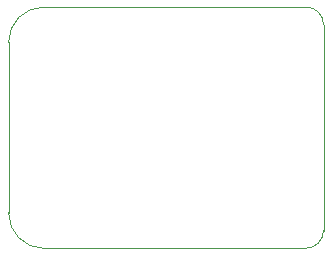
<source format=gm1>
G04 #@! TF.GenerationSoftware,KiCad,Pcbnew,7.0.10*
G04 #@! TF.CreationDate,2024-02-05T22:52:07+01:00*
G04 #@! TF.ProjectId,PowerPCB,506f7765-7250-4434-922e-6b696361645f,rev?*
G04 #@! TF.SameCoordinates,Original*
G04 #@! TF.FileFunction,Profile,NP*
%FSLAX46Y46*%
G04 Gerber Fmt 4.6, Leading zero omitted, Abs format (unit mm)*
G04 Created by KiCad (PCBNEW 7.0.10) date 2024-02-05 22:52:07*
%MOMM*%
%LPD*%
G01*
G04 APERTURE LIST*
G04 #@! TA.AperFunction,Profile*
%ADD10C,0.100000*%
G04 #@! TD*
G04 APERTURE END LIST*
D10*
X100000000Y-61440000D02*
G75*
G03*
X103000000Y-64440000I3000000J0D01*
G01*
X126670000Y-45500000D02*
G75*
G03*
X125170000Y-44000000I-1500000J0D01*
G01*
X100000000Y-47000000D02*
X100000000Y-61440000D01*
X125170000Y-64439998D02*
G75*
G03*
X126669998Y-62940000I-12000J1511998D01*
G01*
X103000000Y-44000000D02*
G75*
G03*
X100000000Y-47000000I0J-3000000D01*
G01*
X103000000Y-64440000D02*
X125170000Y-64440000D01*
X126670000Y-45500000D02*
X126670000Y-62940000D01*
X125170000Y-44000000D02*
X103000000Y-44000000D01*
M02*

</source>
